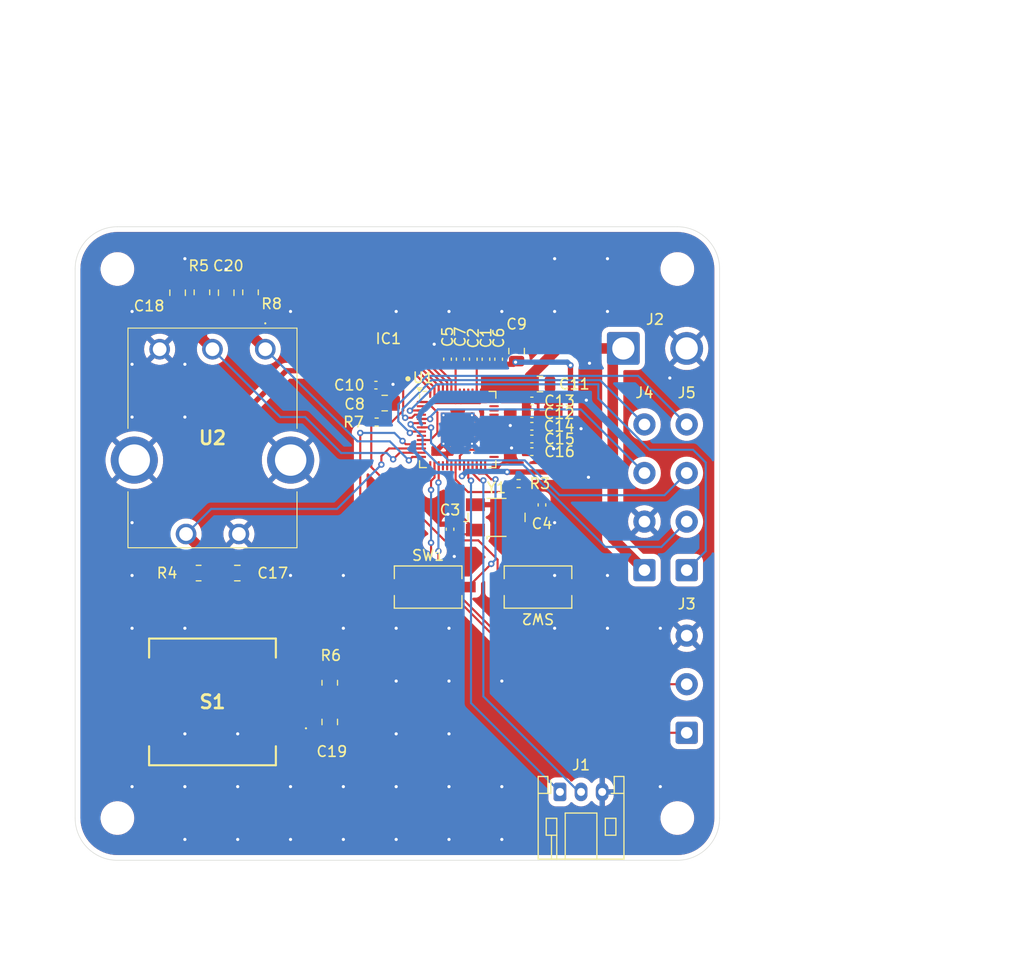
<source format=kicad_pcb>
(kicad_pcb (version 20240108) (generator "pcbnew") (generator_version "8.0")
  (title_block (title "UV Lamp Controller") (date "2025-03-30") (rev "v2.0") (company "Szymon Wąchała"))
  (layers (0 "F.Cu" signal) (31 "B.Cu" signal) (34 "B.Paste" user) (35 "F.Paste" user) (36 "B.SilkS" user "B.Silkscreen") (37 "F.SilkS" user "F.Silkscreen") (38 "B.Mask" user) (39 "F.Mask" user) (44 "Edge.Cuts" user))
  (net 0 "")
  (net 1 "GND")
  (net 2 "+1.1V")
  (net 3 "Net-(U1-XIN)")
  (net 4 "Net-(C4-Pad2)")
  (net 5 "+3.3V")
  (net 6 "Net-(J1-Pin_2)")
  (net 7 "Net-(J1-Pin_1)")
  (net 8 "Net-(U1-XOUT)")
  (net 26 "/encoder-sw")
  (net 27 "/encoder-b")
  (net 28 "/button")
  (net 29 "/encoder-a")
  (net 30 "/QSPI_SD0")
  (net 31 "/QSPI_SD1")
  (net 32 "/QSPI_SD2")
  (net 33 "/QSPI_SD3")
  (net 34 "/QSPI_SCLK")
  (net 35 "/QSPI_SS")
  (net 36 "Net-(J3-Pin_2)")
  (net 37 "Net-(J3-Pin_1)")
  (net 38 "/DIN")
  (net 39 "/CLK")
  (net 40 "/BL")
  (net 41 "/DC")
  (net 42 "/RST")
  (net 43 "/CS")
  (net 44 "Net-(R7-Pad2)")
  (net 45 "/RUN")
  (footprint "Capacitor_SMD:C_0805_2012Metric" (layer "F.Cu") (at 161.1125 84.375)
    (property "Reference" "C11")
    (property "Value" "2.2u" (hide yes))
  )
  (footprint "Crystal:Crystal_SMD_Abracon_ABM3B-4Pin_5.0x3.2mm" (layer "F.Cu") (at 157 97)
    (property "Reference" "Y1")
    (property "Value" "ABM8-272-T3" (hide yes))
  )
  (footprint "W25Q16JVUXIQ_TR:SON50P300X200X60-9N" (layer "F.Cu") (at 146.7625 82.475 180)
    (property "Reference" "IC1")
    (property "Value" "W25Q16JVUXIQ_TR" (hide yes))
  )
  (footprint "Connector_Wire:SolderWire-1.5sqmm_1x02_P6mm_D1.7mm_OD3mm" (layer "F.Cu") (at 169 81)
    (property "Reference" "J2")
    (property "Value" "Power Conn" (hide yes))
  )
  (footprint "MountingHole:MountingHole_2.7mm_M2.5" (layer "F.Cu") (at 174.1125 125.475)
    (property "Reference" "H3" (hide yes))
    (property "Value" "M2.5" (hide yes))
  )
  (footprint "Connector_Wire:SolderWire-0.5sqmm_1x03_P4.6mm_D0.9mm_OD2.1mm" (layer "F.Cu") (at 175 117.4 90)
    (property "Reference" "J3")
    (property "Value" "PWM Conn" (hide yes))
  )
  (footprint "PEC16-4220F-S0024:PEC16-4220F-S0024" (layer "F.Cu") (at 135.1125 81.075 180)
    (property "Reference" "U2")
    (property "Value" "PEC16-4220F-S0024" (hide yes))
  )
  (footprint "Connector_Wire:SolderWire-0.5sqmm_1x04_P4.6mm_D0.9mm_OD2.1mm" (layer "F.Cu") (at 171 102 90)
    (property "Reference" "J4")
    (property "Value" "Conn" (hide yes))
  )
  (footprint "MountingHole:MountingHole_2.7mm_M2.5" (layer "F.Cu") (at 121.1125 125.475)
    (property "Reference" "H4" (hide yes))
    (property "Value" "M2.5" (hide yes))
  )
  (footprint "Connector_JST:JST_PH_S3B-PH-K_1x03_P2.00mm_Horizontal" (layer "F.Cu") (at 163 123)
    (property "Reference" "J1")
    (property "Value" "Conn_01x03_Socket" (hide yes))
  )
  (footprint "Connector_Wire:SolderWire-0.5sqmm_1x04_P4.6mm_D0.9mm_OD2.1mm" (layer "F.Cu") (at 175 102 90)
    (property "Reference" "J5")
    (property "Value" "Conn" (hide yes))
  )
  (footprint "Resistor_SMD:R_0805_2012Metric" (layer "F.Cu") (at 129.1125 75.6875 -90)
    (property "Reference" "R5")
    (property "Value" "10k" (hide yes))
  )
  (footprint "Resistor_SMD:R_0402_1005Metric" (layer "F.Cu") (at 159.09 93.8)
    (property "Reference" "R3")
    (property "Value" "1k" (hide yes))
  )
  (footprint "Resistor_SMD:R_0805_2012Metric" (layer "F.Cu") (at 128.8 102.275)
    (property "Reference" "R4")
    (property "Value" "10k" (hide yes))
  )
  (footprint "Capacitor_SMD:C_0805_2012Metric" (layer "F.Cu") (at 146.4125 86.175)
    (property "Reference" "C8")
    (property "Value" "1u" (hide yes))
  )
  (footprint "Capacitor_SMD:C_0402_1005Metric" (layer "F.Cu") (at 160.3425 89.575)
    (property "Reference" "C15")
    (property "Value" "100n" (hide yes))
  )
  (footprint "Capacitor_SMD:C_0805_2012Metric" (layer "F.Cu") (at 141.2125 116.375 -90)
    (property "Reference" "C19")
    (property "Value" "100n" (hide yes))
  )
  (footprint "Capacitor_SMD:C_0402_1005Metric" (layer "F.Cu") (at 152.6 98.12 -90)
    (property "Reference" "C3")
    (property "Value" "15p" (hide yes))
  )
  (footprint "Capacitor_SMD:C_0402_1005Metric" (layer "F.Cu") (at 145.5825 84.475)
    (property "Reference" "C10")
    (property "Value" "100n" (hide yes))
  )
  (footprint "MountingHole:MountingHole_2.7mm_M2.5" (layer "F.Cu") (at 121.1125 73.475)
    (property "Reference" "H1" (hide yes))
    (property "Value" "M2.5" (hide yes))
  )
  (footprint "Capacitor_SMD:C_0805_2012Metric" (layer "F.Cu") (at 126.8125 75.725 90)
    (property "Reference" "C18")
    (property "Value" "100n" (hide yes))
  )
  (footprint "Capacitor_SMD:C_0402_1005Metric" (layer "F.Cu") (at 160.3425 85.975)
    (property "Reference" "C13")
    (property "Value" "100n" (hide yes))
  )
  (footprint "Capacitor_SMD:C_0402_1005Metric" (layer "F.Cu") (at 160.3425 90.775)
    (property "Reference" "C16")
    (property "Value" "100n" (hide yes))
  )
  (footprint "B3FS-4055P:B3FS-4055P" (layer "F.Cu") (at 130.1125 114.475)
    (property "Reference" "S1")
    (property "Value" "B3FS-4055P" (hide yes))
  )
  (footprint "MountingHole:MountingHole_2.7mm_M2.5" (layer "F.Cu") (at 174.1125 73.475)
    (property "Reference" "H2" (hide yes))
    (property "Value" "M2.5" (hide yes))
  )
  (footprint "Package_DFN_QFN:QFN-56-1EP_7x7mm_P0.4mm_EP3.2x3.2mm_ThermalVias" (layer "F.Cu") (at 153.325 88.675)
    (property "Reference" "U1")
    (property "Value" "RP2040" (hide yes))
  )
  (footprint "Resistor_SMD:R_0805_2012Metric" (layer "F.Cu") (at 141.2125 112.6625 -90)
    (property "Reference" "R6")
    (property "Value" "10k" (hide yes))
  )
  (footprint "Capacitor_SMD:C_0805_2012Metric" (layer "F.Cu") (at 131.4125 75.725 90)
    (property "Reference" "C20")
    (property "Value" "100n" (hide yes))
  )
  (footprint "Capacitor_SMD:C_0402_1005Metric" (layer "F.Cu") (at 153.5625 82.02 90)
    (property "Reference" "C7")
    (property "Value" "100n" (hide yes))
  )
  (footprint "Capacitor_SMD:C_0805_2012Metric" (layer "F.Cu") (at 158.9 81.25 90)
    (property "Reference" "C9")
    (property "Value" "2.2u" (hide yes))
  )
  (footprint "Capacitor_SMD:C_0805_2012Metric" (layer "F.Cu") (at 132.4625 102.275)
    (property "Reference" "C17")
    (property "Value" "100n" (hide yes))
  )
  (footprint "Resistor_SMD:R_0402_1005Metric" (layer "F.Cu") (at 145.6525 87.975 180)
    (property "Reference" "R7")
    (property "Value" "1k" (hide yes))
  )
  (footprint "Capacitor_SMD:C_0402_1005Metric" (layer "F.Cu") (at 154.8 82.02 90)
    (property "Reference" "C2")
    (property "Value" "100n" (hide yes))
  )
  (footprint "Resistor_SMD:R_0805_2012Metric" (layer "F.Cu") (at 133.7125 75.6875 -90)
    (property "Reference" "R8")
    (property "Value" "10k" (hide yes))
  )
  (footprint "Capacitor_SMD:C_0402_1005Metric" (layer "F.Cu") (at 160.3425 88.375)
    (property "Reference" "C14")
    (property "Value" "100n" (hide yes))
  )
  (footprint "Button_Switch_SMD:SW_Tactile_SPST_NO_Straight_CK_PTS636Sx25SMTRLFS" (layer "F.Cu") (at 160.925 103.6 180)
    (property "Reference" "SW2")
    (property "Value" "SW_Push")
  )
  (footprint "Button_Switch_SMD:SW_Tactile_SPST_NO_Straight_CK_PTS636Sx25SMTRLFS" (layer "F.Cu") (at 150.525 103.6)
    (property "Reference" "SW1")
    (property "Value" "SW_Push")
  )
  (footprint "Capacitor_SMD:C_0402_1005Metric" (layer "F.Cu") (at 152.3625 82.02 90)
    (property "Reference" "C5")
    (property "Value" "100n" (hide yes))
  )
  (footprint "Capacitor_SMD:C_0402_1005Metric" (layer "F.Cu") (at 156 82.02 90)
    (property "Reference" "C1")
    (property "Value" "100n" (hide yes))
  )
  (footprint "Capacitor_SMD:C_0402_1005Metric" (layer "F.Cu") (at 157.2 82.02 90)
    (property "Reference" "C6")
    (property "Value" "100n" (hide yes))
  )
  (footprint "Capacitor_SMD:C_0402_1005Metric" (layer "F.Cu") (at 161.3 95.82 90)
    (property "Reference" "C4")
    (property "Value" "15p" (hide yes))
  )
  (footprint "Capacitor_SMD:C_0402_1005Metric" (layer "F.Cu") (at 160.3425 87.175)
    (property "Reference" "C12")
    (property "Value" "100n" (hide yes))
  )
  (gr_line (start 121.1125 129.475) (end 174.1125 129.475) (stroke (width 0.05)) (layer "Edge.Cuts"))
  (gr_line (start 174.1125 69.475) (end 121.1125 69.475) (stroke (width 0.05)) (layer "Edge.Cuts"))
  (gr_arc (start 121.1125 129.475) (mid 118.284073 128.303427) (end 117.1125 125.475) (stroke (width 0.05)) (layer "Edge.Cuts"))
  (gr_arc (start 178.1125 125.475) (mid 176.940927 128.303427) (end 174.1125 129.475) (stroke (width 0.05)) (layer "Edge.Cuts"))
  (gr_line (start 117.1125 73.475) (end 117.1125 125.475) (stroke (width 0.05)) (layer "Edge.Cuts"))
  (gr_arc (start 117.1125 73.475) (mid 118.284073 70.646573) (end 121.1125 69.475) (stroke (width 0.05)) (layer "Edge.Cuts"))
  (gr_line (start 178.1125 125.475) (end 178.1125 73.475) (stroke (width 0.05)) (layer "Edge.Cuts"))
  (gr_arc (start 174.1125 69.475) (mid 176.940927 70.646573) (end 178.1125 73.475) (stroke (width 0.05)) (layer "Edge.Cuts"))
  (segment (start 146.7625 83.775) (end 146.0625 84.475) (width 0.2) (layer "F.Cu") (net 1))
  (segment (start 148.1625 81.725) (end 147.175 81.725) (width 0.2) (layer "F.Cu") (net 1))
  (segment (start 146.7625 82.1375) (end 146.7625 82.475) (width 0.2) (layer "F.Cu") (net 1))
  (segment (start 152.325 92.1125) (end 152.325 90.375) (width 0.2) (layer "F.Cu") (net 1))
  (segment (start 152.325 90.375) (end 151.975 90.025) (width 0.2) (layer "F.Cu") (net 1))
  (segment (start 146.7625 82.475) (end 146.7625 83.775) (width 0.2) (layer "F.Cu") (net 1))
  (segment (start 146.0625 84.475) (end 146.0625 84.875) (width 0.2) (layer "F.Cu") (net 1))
  (segment (start 146.0625 84.875) (end 147.3625 86.175) (width 0.2) (layer "F.Cu") (net 1))
  (segment (start 147.175 81.725) (end 146.7625 82.1375) (width 0.2) (layer "F.Cu") (net 1))
  (via (at 147.5 112.5) (size 0.6) (drill 0.3) (layers "F.Cu" "B.Cu") (net 1))
  (via (at 152.5 122.5) (size 0.6) (drill 0.3) (layers "F.Cu" "B.Cu") (net 1))
  (via (at 137.5 122.5) (size 0.6) (drill 0.3) (layers "F.Cu" "B.Cu") (net 1))
  (via (at 122.5 97.5) (size 0.6) (drill 0.3) (layers "F.Cu" "B.Cu") (net 1))
  (via (at 137.5 77.5) (size 0.6) (drill 0.3) (layers "F.Cu" "B.Cu") (net 1))
  (via (at 152.5 117.5) (size 0.6) (drill 0.3) (layers "F.Cu" "B.Cu") (net 1))
  (via (at 127.5 107.5) (size 0.6) (drill 0.3) (layers "F.Cu" "B.Cu") (net 1))
  (via (at 167.5 107.5) (size 0.6) (drill 0.3) (layers "F.Cu" "B.Cu") (net 1))
  (via (at 147.5 122.5) (size 0.6) (drill 0.3) (layers "F.Cu" "B.Cu") (net 1))
  (via (at 127.5 127.5) (size 0.6) (drill 0.3) (layers "F.Cu" "B.Cu") (net 1))
  (via (at 153 100.7) (size 0.6) (drill 0.3) (layers "F.Cu" "B.Cu") (net 1))
  (via (at 162.5 97.5) (size 0.6) (drill 0.3) (layers "F.Cu" "B.Cu") (net 1))
  (via (at 147.5 77.5) (size 0.6) (drill 0.3) (layers "F.Cu" "B.Cu") (net 1))
  (via (at 137.5 102.5) (size 0.6) (drill 0.3) (layers "F.Cu" "B.Cu") (net 1))
  (via (at 122.5 102.5) (size 0.6) (drill 0.3) (layers "F.Cu" "B.Cu") (net 1))
  (via (at 157.5 112.5) (size 0.6) (drill 0.3) (layers "F.Cu" "B.Cu") (net 1))
  (via (at 157.5 77.5) (size 0.6) (drill 0.3) (layers "F.Cu" "B.Cu") (net 1))
  (via (at 147.5 107.5) (size 0.6) (drill 0.3) (layers "F.Cu" "B.Cu") (net 1))
  (via (at 167.5 72.5) (size 0.6) (drill 0.3) (layers "F.Cu" "B.Cu") (net 1))
  (via (at 152.5 112.5) (size 0.6) (drill 0.3) (layers "F.Cu" "B.Cu") (net 1))
  (via (at 127.5 72.5) (size 0.6) (drill 0.3) (layers "F.Cu" "B.Cu") (net 1))
  (via (at 122.5 77.5) (size 0.6) (drill 0.3) (layers "F.Cu" "B.Cu") (net 1))
  (via (at 132.5 127.5) (size 0.6) (drill 0.3) (layers "F.Cu" "B.Cu") (net 1))
  (via (at 142.5 107.5) (size 0.6) (drill 0.3) (layers "F.Cu" "B.Cu") (net 1))
  (via (at 132.5 122.5) (size 0.6) (drill 0.3) (layers "F.Cu" "B.Cu") (net 1))
  (via (at 167.5 77.5) (size 0.6) (drill 0.3) (layers "F.Cu" "B.Cu") (net 1))
  (via (at 152.5 77.5) (size 0.6) (drill 0.3) (layers "F.Cu" "B.Cu") (net 1))
  (via (at 157.5 127.5) (size 0.6) (drill 0.3) (layers "F.Cu" "B.Cu") (net 1))
  (via (at 122.5 107.5) (size 0.6) (drill 0.3) (layers "F.Cu" "B.Cu") (net 1))
  (via (at 152.5 127.5) (size 0.6) (drill 0.3) (layers "F.Cu" "B.Cu") (net 1))
  (via (at 131.4 73.5) (size 0.6) (drill 0.3) (layers "F.Cu" "B.Cu") (net 1))
  (via (at 147.2 84.4) (size 0.6) (drill 0.3) (layers "F.Cu" "B.Cu") (net 1))
  (via (at 162.5 77.5) (size 0.6) (drill 0.3) (layers "F.Cu" "B.Cu") (net 1))
  (via (at 172.5 122.5) (size 0.6) (drill 0.3) (layers "F.Cu" "B.Cu") (net 1))
  (via (at 162.5 72.5) (size 0.6) (drill 0.3) (layers "F.Cu" "B.Cu") (net 1))
  (via (at 142.5 102.5) (size 0.6) (drill 0.3) (layers "F.Cu" "B.Cu") (net 1))
  (via (at 167.5 102.5) (size 0.6) (drill 0.3) (layers "F.Cu" "B.Cu") (net 1))
  (via (at 142.5 127.5) (size 0.6) (drill 0.3) (layers "F.Cu" "B.Cu") (net 1))
  (via (at 127.5 82.5) (size 0.6) (drill 0.3) (layers "F.Cu" "B.Cu") (net 1))
  (via (at 122.5 82.5) (size 0.6) (drill 0.3) (layers "F.Cu" "B.Cu") (net 1))
  (via (at 152.5 107.5) (size 0.6) (drill 0.3) (layers "F.Cu" "B.Cu") (net 1))
  (via (at 165.8 82.4) (size 0.6) (drill 0.3) (layers "F.Cu" "B.Cu") (net 1))
  (via (at 147.5 127.5) (size 0.6) (drill 0.3) (layers "F.Cu" "B.Cu") (net 1))
  (via (at 122.5 87.5) (size 0.6) (drill 0.3) (layers "F.Cu" "B.Cu") (net 1))
  (via (at 172.5 107.5) (size 0.6) (drill 0.3) (layers "F.Cu" "B.Cu") (net 1))
  (via (at 165.5 85.9) (size 0.6) (drill 0.3) (layers "F.Cu" "B.Cu") (net 1))
  (via (at 162.4 90.5) (size 0.6) (drill 0.3) (layers "F.Cu" "B.Cu") (net 1))
  (via (at 151.1 80.6) (size 0.6) (drill 0.3) (layers "F.Cu" "B.Cu") (net 1))
  (via (at 127.5 117.5) (size 0.6) (drill 0.3) (layers "F.Cu" "B.Cu") (net 1))
  (via (at 165 88.6) (size 0.6) (drill 0.3) (layers "F.Cu" "B.Cu") (net 1))
  (via (at 132.5 117.5) (size 0.6) (drill 0.3) (layers "F.Cu" "B.Cu") (net 1))
  (via (at 127.5 122.5) (size 0.6) (drill 0.3) (layers "F.Cu" "B.Cu") (net 1))
  (via (at 162.5 107.5) (size 0.6) (drill 0.3) (layers "F.Cu" "B.Cu") (net 1))
  (via (at 157.5 122.5) (size 0.6) (drill 0.3) (layers "F.Cu" "B.Cu") (net 1))
  (via (at 142.5 122.5) (size 0.6) (drill 0.3) (layers "F.Cu" "B.Cu") (net 1))
  (via (at 147.5 117.5) (size 0.6) (drill 0.3) (layers "F.Cu" "B.Cu") (net 1))
  (via (at 127.5 87.5) (size 0.6) (drill 0.3) (layers "F.Cu" "B.Cu") (net 1))
  (via (at 162.5 102.5) (size 0.6) (drill 0.3) (layers "F.Cu" "B.Cu") (net 1))
  (via (at 165.7 93.2) (size 0.6) (drill 0.3) (layers "F.Cu" "B.Cu") (net 1))
  (via (at 152.4 96.7) (size 0.6) (drill 0.3) (layers "F.Cu" "B.Cu") (net 1))
  (via (at 122.5 122.5) (size 0.6) (drill 0.3) (layers "F.Cu" "B.Cu") (net 1))
  (via (at 173.4 83.8) (size 0.6) (drill 0.3) (layers "F.Cu" "B.Cu") (net 1))
  (via (at 137.5 127.5) (size 0.6) (drill 0.3) (layers "F.Cu" "B.Cu") (net 1))
  (via (at 158.3 88.3) (size 0.6) (drill 0.3) (layers "F.Cu" "B.Cu") (net 1))
  (via (at 158.421681 90.426486) (size 0.6) (drill 0.3) (layers "F.Cu" "B.Cu") (net 1))
  (segment (start 153.125 85.2375) (end 153.125 82.5) (width 0.2) (layer "F.Cu") (net 2))
  (segment (start 164 82.6) (end 164 91.3) (width 0.5) (layer "F.Cu") (net 2))
  (segment (start 152.3625 82.5) (end 157.2 82.5) (width 0.5) (layer "F.Cu") (net 2))
  (segment (start 155.125 82.5) (end 154.8 82.5) (width 0.2) (layer "F.Cu") (net 2))
  (segment (start 155.125 85.2375) (end 155.125 82.5) (width 0.2) (layer "F.Cu") (net 2))
  (segment (start 153.125 82.5) (end 153.5625 82.5) (width 0.2) (layer "F.Cu") (net 2))
  (segment (start 164 91.3) (end 163.1 92.2) (width 0.5) (layer "F.Cu") (net 2))
  (segment (start 158.6 82.5) (end 158.8 82.3) (width 0.5) (layer "F.Cu") (net 2))
  (segment (start 162.6 92.7) (end 158 92.7) (width 0.5) (layer "F.Cu") (net 2))
  (segment (start 153.925 92.9) (end 153.925 92.1125) (width 0.2) (layer "F.Cu") (net 2))
  (segment (start 153.725 93.1) (end 153.925 92.9) (width 0.2) (layer "F.Cu") (net 2))
  (segment (start 158.8 82.3) (end 158.9 82.2) (width 0.5) (layer "F.Cu") (net 2))
  (segment (start 163.1 92.2) (end 162.6 92.7) (width 0.5) (layer "F.Cu") (net 2))
  (segment (start 157.2 82.5) (end 158.6 82.5) (width 0.5) (layer "F.Cu") (net 2))
  (via (at 153.725 93.1) (size 0.6) (drill 0.3) (layers "F.Cu" "B.Cu") (net 2))
  (via (at 158 92.7) (size 0.6) (drill 0.3) (layers "F.Cu" "B.Cu") (net 2))
  (via (at 164 82.6) (size 0.6) (drill 0.3) (layers "F.Cu" "B.Cu") (net 2))
  (via (at 158.8 82.3) (size 0.6) (drill 0.3) (layers "F.Cu" "B.Cu") (net 2))
  (segment (start 154.175 92.65) (end 153.725 93.1) (width 0.5) (layer "B.Cu") (net 2))
  (segment (start 157.95 92.65) (end 154.175 92.65) (width 0.5) (layer "B.Cu") (net 2))
  (segment (start 158.8 82.3) (end 163.7 82.3) (width 0.5) (layer "B.Cu") (net 2))
  (segment (start 158 92.7) (end 157.95 92.65) (width 0.5) (layer "B.Cu") (net 2))
  (segment (start 163.7 82.3) (end 164 82.6) (width 0.5) (layer "B.Cu") (net 2))
  (segment (start 152.6 98.6) (end 154.6 98.6) (width 0.2) (layer "F.Cu") (net 3))
  (segment (start 152.725 95.925) (end 155 98.2) (width 0.2) (layer "F.Cu") (net 3))
  (segment (start 152.725 92.1125) (end 152.725 95.925) (width 0.2) (layer "F.Cu") (net 3))
  (segment (start 154.6 98.6) (end 155 98.2) (width 0.2) (layer "F.Cu") (net 3))
  (segment (start 159.6 93.9) (end 159 94.5) (width 0.2) (layer "F.Cu") (net 4))
  (segment (start 159 94.5) (end 159 95.8) (width 0.2) (layer "F.Cu") (net 4))
  (segment (start 159 95.8) (end 160.84 95.8) (width 0.2) (layer "F.Cu") (net 4))
  (segment (start 159.6 93.8) (end 159.6 93.9) (width 0.2) (layer "F.Cu") (net 4))
  (segment (start 160.84 95.8) (end 161.3 95.34) (width 0.2) (layer "F.Cu") (net 4))
  (segment (start 151.4 89) (end 151.4 87.05364) (width 0.2) (layer "F.Cu") (net 5))
  (segment (start 153.525 92.1125) (end 153.525 91.175) (width 0.2) (layer "F.Cu") (net 5))
  (segment (start 125.4 99.7875) (end 127.8875 102.275) (width 0.5) (layer "F.Cu") (net 5))
  (segment (start 143.8 72.3) (end 154.1125 72.3) (width 0.5) (layer "F.Cu") (net 5))
  (segment (start 151.4 87.05364) (end 150.42136 86.075) (width 0.2) (layer "F.Cu") (net 5))
  (segment (start 155.525 86.075) (end 155.525 85.2375) (width 0.2) (layer "F.Cu") (net 5))
  (segment (start 153.525 91.175) (end 154.1 90.6) (width 0.2) (layer "F.Cu") (net 5))
  (segment (start 156.22864 89.675) (end 156.7625 89.675) (width 0.2) (layer "F.Cu") (net 5))
  (segment (start 137.0875 83.1125) (end 125.4 94.8) (width 0.5) (layer "F.Cu") (net 5))
  (segment (start 150.52318 86.17682) (end 153.11954 86.17682) (width 0.2) (layer "F.Cu") (net 5))
  (segment (start 153.62318 86.17682) (end 155.42318 86.17682) (width 0.2) (layer "F.Cu") (net 5))
  (segment (start 132.8125 107.2) (end 136.6625 107.2) (width 0.5) (layer "F.Cu") (net 5))
  (segment (start 156.7625 89.675) (end 159.7625 89.675) (width 0.2) (layer "F.Cu") (net 5))
  (segment (start 153.11954 86.17682) (end 153.525 85.77136) (width 0.2) (layer "F.Cu") (net 5))
  (segment (start 142.4 72.3) (end 142.4 83.1125) (width 0.5) (layer "F.Cu") (net 5))
  (segment (start 168 99) (end 171 102) (width 1) (layer "F.Cu") (net 5))
  (segment (start 125.4 94.8) (end 125.4 99.7875) (width 0.5) (layer "F.Cu") (net 5))
  (segment (start 130.4 72.3) (end 132.7 72.3) (width 0.5) (layer "F.Cu") (net 5))
  (segment (start 142.4 83.1125) (end 145.4625 86.175) (width 0.5) (layer "F.Cu") (net 5))
  (segment (start 142.4 83.1125) (end 137.0875 83.1125) (width 0.5) (layer "F.Cu") (net 5))
  (segment (start 145.1025 83.485) (end 145.3625 83.225) (width 0.2) (layer "F.Cu") (net 5))
  (segment (start 136.6625 107.2) (end 141.2125 111.75) (width 0.5) (layer "F.Cu") (net 5))
  (segment (start 145.1025 85.815) (end 145.4625 86.175) (width 0.2) (layer "F.Cu") (net 5))
  (segment (start 162.8125 81) (end 160.1625 83.65) (width 1) (layer "F.Cu") (net 5))
  (segment (start 159.7625 89.675) (end 159.8625 89.575) (width 0.2) (layer "F.Cu") (net 5))
  (segment (start 155.525 86.075) (end 156.7625 86.075) (width 0.2) (layer "F.Cu") (net 5))
  (segment (start 149.8875 89.675) (end 150.725 89.675) (width 0.2) (layer "F.Cu") (net 5))
  (segment (start 155.42318 86.17682) (end 155.525 86.075) (width 0.2) (layer "F.Cu") (net 5))
  (segment (start 169 81) (end 168 82) (width 1) (layer "F.Cu") (net 5))
  (segment (start 150.725 89.675) (end 151.4 89) (width 0.2) (layer "F.Cu") (net 5))
  (segment (start 143.8 72.3) (end 142.4 72.3) (width 0.5) (layer "F.Cu") (net 5))
  (segment (start 133.7125 73.3125) (end 133.7125 74.775) (width 0.5) (layer "F.Cu") (net 5))
  (segment (start 132.7 72.3) (end 143.8 72.3) (width 0.5) (layer "F.Cu") (net 5))
  (segment (start 154.1 90.6) (end 155.30364 90.6) (width 0.2) (layer "F.Cu") (net 5))
  (segment (start 132.7 72.3) (end 133.7125 73.3125) (width 0.5) (layer "F.Cu") (net 5))
  (segment (start 154.1125 72.3) (end 162.8125 81) (width 0.5) (layer "F.Cu") (net 5))
  (segment (start 153.525 85.77136) (end 153.525 85.2375) (width 0.2) (layer "F.Cu") (net 5))
  (segment (start 153.62318 86.17682) (end 153.925 85.875) (width 0.2) (layer "F.Cu") (net 5))
  (segment (start 169 81) (end 162.8125 81) (width 1) (layer "F.Cu") (net 5))
  (segment (start 153.925 85.875) (end 153.925 85.2375) (width 0.2) (layer "F.Cu") (net 5))
  (segment (start 160.1625 83.65) (end 160.1625 84.375) (width 1) (layer "F.Cu") (net 5))
  (segment (start 129.1125 73.5875) (end 130.4 72.3) (width 0.5) (layer "F.Cu") (net 5))
  (segment (start 127.8875 102.275) (end 132.8125 107.2) (width 0.5) (layer "F.Cu") (net 5))
  (segment (start 155.30364 90.6) (end 156.22864 89.675) (width 0.2) (layer "F.Cu") (net 5))
  (segment (start 168 82) (end 168 99) (width 1) (layer "F.Cu") (net 5))
  (segment (start 145.1025 84.475) (end 145.1025 85.815) (width 0.2) (layer "F.Cu") (net 5))
  (segment (start 153.11954 86.17682) (end 153.62318 86.17682) (width 0.2) (layer "F.Cu") (net 5))
  (segment (start 129.1125 74.775) (end 129.1125 73.5875) (width 0.5) (layer "F.Cu") (net 5))
  (segment (start 150.42136 86.075) (end 149.8875 86.075) (width 0.2) (layer "F.Cu") (net 5))
  (segment (start 145.1025 84.475) (end 145.1025 83.485) (width 0.2) (layer "F.Cu") (net 5))
  (segment (start 150.42136 86.075) (end 150.52318 86.17682) (width 0.2) (layer "F.Cu") (net 5))
  (segment (start 155.412219 93.499265) (end 155.750735 93.499265) (width 0.2) (layer "F.Cu") (net 6))
  (segment (start 154.725 92.1125) (end 154.725 92.812046) (width 0.2) (layer "F.Cu") (net 6))
  (segment (start 154.725 92.812046) (end 155.412219 93.499265) (width 0.2) (layer "F.Cu") (net 6))
  (via (at 155.750735 93.499265) (size 0.6) (drill 0.3) (layers "F.Cu" "B.Cu") (net 6))
  (segment (start 155.750735 113.950735) (end 164.8 123) (width 0.2) (layer "B.Cu") (net 6))
  (segment (start 155.750735 93.499265) (end 155.750735 113.950735) (width 0.2) (layer "B.Cu") (net 6))
  (segment (start 164.8 123) (end 165 123) (width 0.2) (layer "B.Cu") (net 6))
  (segment (start 154.325 92.1125) (end 154.325 93.260576) (width 0.2) (layer "F.Cu") (net 7))
  (segment (start 154.325 93.260576) (end 154.582212 93.517788) (width 0.2) (layer "F.Cu") (net 7))
  (via (at 154.582212 93.517788) (size 0.6) (drill 0.3) (layers "F.Cu" "B.Cu") (net 7))
  (segment (start 154.582212 114.582212) (end 163 123) (width 0.2) (layer "B.Cu") (net 7))
  (segment (start 154.582212 93.517788) (end 154.582212 114.582212) (width 0.2) (layer "B.Cu") (net 7))
  (segment (start 158.58 93.8) (end 157.78 94.6) (width 0.2) (layer "F.Cu") (net 8))
  (segment (start 153.125 93.425) (end 153.125 92.1125) (width 0.2) (layer "F.Cu") (net 8))
  (segment (start 157.78 94.6) (end 154.3 94.6) (width 0.2) (layer "F.Cu") (net 8))
  (segment (start 154.3 94.6) (end 153.125 93.425) (width 0.2) (layer "F.Cu") (net 8))
  (segment (start 146.825 90.475) (end 146.1 91.2) (width 0.2) (layer "F.Cu") (net 26))
  (segment (start 129.7125 102.275) (end 131.5125 102.275) (width 1) (layer "F.Cu") (net 26))
  (segment (start 129.7125 100.675) (end 129.7125 102.275) (width 1) (layer "F.Cu") (net 26))
  (segment (start 146.1 91.2) (end 146.1 92) (width 0.2) (layer "F.Cu") (net 26))
  (segment (start 127.6125 98.575) (end 129.7125 100.675) (width 1) (layer "F.Cu") (net 26))
  (segment (start 149.8875 90.475) (end 146.825 90.475) (width 0.2) (layer "F.Cu") (net 26))
  (via (at 146.1 92) (size 0.6) (drill 0.3) (layers "F.Cu" "B.Cu") (net 26))
  (segment (start 129.9875 96.2) (end 127.6125 98.575) (width 0.2) (layer "B.Cu") (net 26))
  (segment (start 141.9 96.2) (end 129.9875 96.2) (width 0.2) (layer "B.Cu") (net 26))
  (segment (start 146.1 92) (end 141.9 96.2) (width 0.2) (layer "B.Cu") (net 26))
  (segment (start 129.1125 76.6) (end 126.8875 76.6) (width 1) (layer "F.Cu") (net 27))
  (segment (start 147.213235 91.5) (end 147.838235 90.875) (width 0.2) (layer "F.Cu") (net 27))
  (segment (start 147.838235 90.875) (end 149.8875 90.875) (width 0.2) (layer "F.Cu") (net 27))
  (segment (start 126.8875 76.6) (end 126.8125 76.675) (width 1) (layer "F.Cu") (net 27))
  (segment (start 129.1125 80.075) (end 130.1125 81.075) (width 1) (layer "F.Cu") (net 27))
  (segment (start 129.1125 76.6) (end 129.1125 80.075) (width 1) (layer "F.Cu") (net 27))
  (via (at 147.213235 91.5) (size 0.6) (drill 0.3) (layers "F.Cu" "B.Cu") (net 27))
  (segment (start 146.613235 90.9) (end 142.29 90.9) (width 0.2) (layer "B.Cu") (net 27))
  (segment (start 136.5375 87.5) (end 130.1125 81.075) (width 0.2) (layer "B.Cu") (net 27))
  (segment (start 138.89 87.5) (end 136.5375 87.5) (width 0.2) (layer "B.Cu") (net 27))
  (segment (start 142.29 90.9) (end 138.89 87.5) (width 0.2) (layer "B.Cu") (net 27))
  (segment (start 147.213235 91.5) (end 146.613235 90.9) (width 0.2) (layer "B.Cu") (net 27))
  (segment (start 148.413235 90.075) (end 149.8875 90.075) (width 0.2) (layer "F.Cu") (net 28))
  (segment (start 122.9625 111.975) (end 137.2625 111.975) (width 1) (layer "F.Cu") (net 28))
  (segment (start 141.2125 113.575) (end 144.1 110.6875) (width 0.2) (layer "F.Cu") (net 28))
  (segment (start 144.1 110.6875) (end 144.1 89) (width 0.2) (layer "F.Cu") (net 28))
  (segment (start 138.8625 113.575) (end 141.2125 113.575) (width 1) (layer "F.Cu") (net 28))
  (segment (start 141.2125 115.425) (end 141.2125 113.575) (width 1) (layer "F.Cu") (net 28))
  (segment (start 137.2625 111.975) (end 138.8625 113.575) (width 1) (layer "F.Cu") (net 28))
  (segment (start 148.1 89.761765) (end 148.413235 90.075) (width 0.2) (layer "F.Cu") (net 28))
  (via (at 148.1 89.761765) (size 0.6) (drill 0.3) (layers "F.Cu" "B.Cu") (net 28))
  (via (at 144.1 89) (size 0.6) (drill 0.3) (layers "F.Cu" "B.Cu") (net 28))
  (segment (start 147.338235 89) (end 148.1 89.761765) (width 0.2) (layer "B.Cu") (net 28))
  (segment (start 144.1 89) (end 147.338235 89) (width 0.2) (layer "B.Cu") (net 28))
  (segment (start 149.025 91.275) (end 149.8875 91.275) (width 0.2) (layer "F.Cu") (net 29))
  (segment (start 133.7125 79.675) (end 135.1125 81.075) (width 1) (layer "F.Cu") (net 29))
  (segment (start 133.7125 76.6) (end 133.7125 79.675) (width 1) (layer "F.Cu") (net 29))
  (segment (start 148.7 91.6) (end 149.025 91.275) (width 0.2) (layer "F.Cu") (net 29))
  (segment (start 133.6375 76.675) (end 133.7125 76.6) (width 1) (layer "F.Cu") (net 29))
  (segment (start 131.4125 76.675) (end 133.6375 76.675) (width 1) (layer "F.Cu") (net 29))
  (via (at 148.7 91.6) (size 0.6) (drill 0.3) (layers "F.Cu" "B.Cu") (net 29))
  (segment (start 146.9 89.8) (end 143.8375 89.8) (width 0.2) (layer "B.Cu") (net 29))
  (segment (start 148.7 91.6) (end 146.9 89.8) (width 0.2) (layer "B.Cu") (net 29))
  (segment (start 143.8375 89.8) (end 135.1125 81.075) (width 0.2) (layer "B.Cu") (net 29))
  (segment (start 145.3625 81.725) (end 145.8125 81.275) (width 0.2) (layer "F.Cu") (net 30))
  (segment (start 151.925 84.372268) (end 151.925 85.2375) (width 0.2) (layer "F.Cu") (net 30))
  (segment (start 145.8125 81.275) (end 148.827732 81.275) (width 0.2) (layer "F.Cu") (net 30))
  (segment (start 148.827732 81.275) (end 151.925 84.372268) (width 0.2) (layer "F.Cu") (net 30))
  (segment (start 148.1625 82.725) (end 149.14636 82.725) (width 0.2) (layer "F.Cu") (net 31))
  (segment (start 151.125 84.70364) (end 151.125 85.2375) (width 0.2) (layer "F.Cu") (net 31))
  (segment (start 149.14636 82.725) (end 151.125 84.70364) (width 0.2) (layer "F.Cu") (net 31))
  (segment (start 149.212046 82.225) (end 151.525 84.537954) (width 0.2) (layer "F.Cu") (net 32))
  (segment (start 151.525 84.537954) (end 151.525 85.2375) (width 0.2) (layer "F.Cu") (net 32))
  (segment (start 148.1625 82.225) (end 149.212046 82.225) (width 0.2) (layer "F.Cu") (net 32))
  (segment (start 145.3625 82.725) (end 144.596814 82.725) (width 0.2) (layer "F.Cu") (net 33))
  (segment (start 152.725 84.040896) (end 152.725 85.2375) (width 0.2) (layer "F.Cu") (net 33))
  (segment (start 144.2125 81.109314) (end 144.846814 80.475) (width 0.2) (layer "F.Cu") (net 33))
  (segment (start 149.159104 80.475) (end 152.725 84.040896) (width 0.2) (layer "F.Cu") (net 33))
  (segment (start 144.596814 82.725) (end 144.2125 82.340686) (width 0.2) (layer "F.Cu") (net 33))
  (segment (start 144.2125 82.340686) (end 144.2125 81.109314) (width 0.2) (layer "F.Cu") (net 33))
  (segment (start 144.846814 80.475) (end 149.159104 80.475) (width 0.2) (layer "F.Cu") (net 33))
  (segment (start 145.0125 80.875) (end 148.993418 80.875) (width 0.2) (layer "F.Cu") (net 34))
  (segment (start 152.325 84.206582) (end 152.325 85.2375) (width 0.2) (layer "F.Cu") (net 34))
  (segment (start 144.6125 81.275) (end 145.0125 80.875) (width 0.2) (layer "F.Cu") (net 34))
  (segment (start 144.6625 82.225) (end 144.6125 82.175) (width 0.2) (layer "F.Cu") (net 34))
  (segment (start 148.993418 80.875) (end 152.325 84.206582) (width 0.2) (layer "F.Cu") (net 34))
  (segment (start 144.6125 82.175) (end 144.6125 81.275) (width 0.2) (layer "F.Cu") (net 34))
  (segment (start 145.3625 82.225) (end 144.6625 82.225) (width 0.2) (layer "F.Cu") (net 34))
  (segment (start 147.072244 87.975) (end 148.1625 86.884744) (width 0.2) (layer "F.Cu") (net 35))
  (segment (start 150.725 84.869326) (end 150.725 85.2375) (width 0.2) (layer "F.Cu") (net 35))
  (segment (start 149.080674 83.225) (end 150.725 84.869326) (width 0.2) (layer "F.Cu") (net 35))
  (segment (start 148.1625 83.225) (end 149.080674 83.225) (width 0.2) (layer "F.Cu") (net 35))
  (segment (start 148.1625 86.884744) (end 148.1625 83.225) (width 0.2) (layer "F.Cu") (net 35))
  (segment (start 146.1625 87.975) (end 147.072244 87.975) (width 0.2) (layer "F.Cu") (net 35))
  (segment (start 151.5 100.2) (end 151.5 102.425) (width 0.2) (layer "F.Cu") (net 36))
  (segment (start 151.525 93.675) (end 151.525 92.1125) (width 0.2) (layer "F.Cu") (net 36))
  (segment (start 151.5 102.425) (end 161.875 112.8) (width 0.2) (layer "F.Cu") (net 36))
  (segment (start 151.5 93.7) (end 151.525 93.675) (width 0.2) (layer "F.Cu") (net 36))
  (segment (start 161.875 112.8) (end 175 112.8) (width 0.2) (layer "F.Cu") (net 36))
  (via (at 151.5 93.7) (size 0.6) (drill 0.3) (layers "F.Cu" "B.Cu") (net 36))
  (via (at 151.5 100.2) (size 0.6) (drill 0.3) (layers "F.Cu" "B.Cu") (net 36))
  (segment (start 151.5 100.2) (end 151.5 93.7) (width 0.2) (layer "B.Cu") (net 36))
  (segment (start 150.8 93.551471) (end 151.125 93.226471) (width 0.2) (layer "F.Cu") (net 37))
  (segment (start 150.8 94.4) (end 150.8 93.551471) (width 0.2) (layer "F.Cu") (net 37))
  (segment (start 150.8 99.4) (end 150.8 102.290686) (width 0.2) (layer "F.Cu") (net 37))
  (segment (start 165.909314 117.4) (end 175 117.4) (width 0.2) (layer "F.Cu") (net 37))
  (segment (start 151.125 93.226471) (end 151.125 92.1125) (width 0.2) (layer "F.Cu") (net 37))
  (segment (start 150.8 102.290686) (end 165.909314 117.4) (width 0.2) (layer "F.Cu") (net 37))
  (via (at 150.8 99.4) (size 0.6) (drill 0.3) (layers "F.Cu" "B.Cu") (net 37))
  (via (at 150.8 94.4) (size 0.6) (drill 0.3) (layers "F.Cu" "B.Cu") (net 37))
  (segment (start 150.8 99.4) (end 150.8 94.4) (width 0.2) (layer "B.Cu") (net 37))
  (segment (start 149.8875 87.675) (end 150.696567 87.675) (width 0.2) (layer "F.Cu") (net 38))
  (segment (start 150.696567 87.675) (end 150.712607 87.69104) (width 0.2) (layer "F.Cu") (net 38))
  (via (at 150.712607 87.69104) (size 0.6) (drill 0.3) (layers "F.Cu" "B.Cu") (net 38))
  (segment (start 151.425 86.775) (end 164.975 86.775) (width 0.2) (layer "B.Cu") (net 38))
  (segment (start 150.712607 87.487393) (end 151.425 86.775) (width 0.2) (layer "B.Cu") (net 38))
  (segment (start 150.712607 87.69104) (end 150.712607 87.487393) (width 0.2) (layer "B.Cu") (net 38))
  (segment (start 164.975 86.775) (end 171 92.8) (width 0.2) (layer "B.Cu") (net 38))
  (segment (start 149.273529 87.275) (end 148.982887 87.565642) (width 0.2) (layer "F.Cu") (net 39))
  (segment (start 149.8875 87.275) (end 149.273529 87.275) (width 0.2) (layer "F.Cu") (net 39))
  (segment (start 148.982887 87.565642) (end 148.356239 87.565642) (width 0.2) (layer "F.Cu") (net 39))
  (via (at 148.356239 87.565642) (size 0.6) (drill 0.3) (layers "F.Cu" "B.Cu") (net 39))
  (segment (start 150.851471 84) (end 148.1 86.751471) (width 0.2) (layer "B.Cu") (net 39))
  (segment (start 171 88.2) (end 166.8 84) (width 0.2) (layer "B.Cu") (net 39))
  (segment (start 166.8 84) (end 150.851471 84) (width 0.2) (layer "B.Cu") (net 39))
  (segment (start 148.1 86.751471) (end 148.1 87.309403) (width 0.2) (layer "B.Cu") (net 39))
  (segment (start 148.1 87.309403) (end 148.356239 87.565642) (width 0.2) (layer "B.Cu") (net 39))
  (segment (start 148.925 88.875) (end 148.8 89) (width 0.2) (layer "F.Cu") (net 40))
  (segment (start 149.8875 88.875) (end 148.925 88.875) (width 0.2) (layer "F.Cu") (net 40))
  (via (at 148.8 89) (size 0.6) (drill 0.3) (layers "F.Cu" "B.Cu") (net 40))
  (segment (start 148.8 89) (end 147.7 87.9) (width 0.2) (layer "B.Cu") (net 40))
  (segment (start 147.7 87.9) (end 147.7 86.3) (width 0.2) (layer "B.Cu") (net 40))
  (segment (start 147.7 86.3) (end 150.4 83.6) (width 0.2) (layer "B.Cu") (net 40))
  (segment (start 150.4 83.6) (end 170.4 83.6) (width 0.2) (layer "B.Cu") (net 40))
  (segment (start 170.4 83.6) (end 175 88.2) (width 0.2) (layer "B.Cu") (net 40))
  (segment (start 149.8875 88.075) (end 148.973433 88.075) (width 0.2) (layer "F.Cu") (net 41))
  (segment (start 148.973433 88.075) (end 148.867342 88.181091) (width 0.2) (layer "F.Cu") (net 41))
  (via (at 148.867342 88.181091) (size 0.6) (drill 0.3) (layers "F.Cu" "B.Cu") (net 41))
  (segment (start 150 90.5) (end 151.5 92) (width 0.2) (layer "B.Cu") (net 41))
  (segment (start 148.867342 88.4) (end 149.048529 88.4) (width 0.2) (layer "B.Cu") (net 41))
  (segment (start 167.3 99.8) (end 172.6 99.8) (width 0.2) (layer "B.Cu") (net 41))
  (segment (start 151.5 92) (end 159.5 92) (width 0.2) (layer "B.Cu") (net 41))
  (segment (start 172.6 99.8) (end 175 97.4) (width 0.2) (layer "B.Cu") (net 41))
  (segment (start 159.5 92) (end 167.3 99.8) (width 0.2) (layer "B.Cu") (net 41))
  (segment (start 149.048529 88.4) (end 150 89.351471) (width 0.2) (layer "B.Cu") (net 41))
  (segment (start 148.867342 88.181091) (end 148.867342 88.4) (width 0.2) (layer "B.Cu") (net 41))
  (segment (start 150 89.351471) (end 150 90.5) (width 0.2) (layer "B.Cu") (net 41))
  (segment (start 150.775 88.475) (end 150.8 88.5) (width 0.2) (layer "F.Cu") (net 42))
  (segment (start 149.8875 88.475) (end 150.775 88.475) (width 0.2) (layer "F.Cu") (net 42))
  (via (at 150.8 88.5) (size 0.6) (drill 0.3) (layers "F.Cu" "B.Cu") (net 42))
  (segment (start 162.965686 94.9) (end 172.9 94.9) (width 0.2) (layer "B.Cu") (net 42))
  (segment (start 159.665686 91.6) (end 162.965686 94.9) (width 0.2) (layer "B.Cu") (net 42))
  (segment (start 152.45 91.6) (end 159.665686 91.6) (width 0.2) (layer "B.Cu") (net 42))
  (segment (start 150.8 88.5) (end 150.8 89.95) (width 0.2) (layer "B.Cu") (net 42))
  (segment (start 150.8 89.95) (end 152.45 91.6) (width 0.2) (layer "B.Cu") (net 42))
  (segment (start 172.9 94.9) (end 175 92.8) (width 0.2) (layer "B.Cu") (net 42))
  (segment (start 148.825 86.875) (end 148.8 86.9) (width 0.2) (layer "F.Cu") (net 43))
  (segment (start 149.8875 86.875) (end 148.825 86.875) (width 0.2) (layer "F.Cu") (net 43))
  (via (at 148.8 86.9) (size 0.6) (drill 0.3) (layers "F.Cu" "B.Cu") (net 43))
  (segment (start 151.3 84.4) (end 166.634314 84.4) (width 0.2) (layer "B.Cu") (net 43))
  (segment (start 166.634314 84.4) (end 166.634314 85.743503) (width 0.2) (layer "B.Cu") (net 43))
  (segment (start 176.8 100.2) (end 175 102) (width 0.2) (layer "B.Cu") (net 43))
  (segment (start 166.634314 85.743503) (end 171.490811 90.6) (width 0.2) (layer "B.Cu") (net 43))
  (segment (start 171.490811 90.6) (end 175.6 90.6) (width 0.2) (layer "B.Cu") (net 43))
  (segment (start 176.8 91.8) (end 176.8 100.2) (width 0.2) (layer "B.Cu") (net 43))
  (segment (start 175.6 90.6) (end 176.8 91.8) (width 0.2) (layer "B.Cu") (net 43))
  (segment (start 148.8 86.9) (end 151.3 84.4) (width 0.2) (layer "B.Cu") (net 43))
  (segment (start 157.1 103.55) (end 157.1 101) (width 0.2) (layer "F.Cu") (net 44))
  (segment (start 155.28 99.18) (end 152.08 99.18) (width 0.2) (layer "F.Cu") (net 44))
  (segment (start 157.1 101) (end 155.28 99.18) (width 0.2) (layer "F.Cu") (net 44))
  (segment (start 157.05 103.6) (end 157.1 103.55) (width 0.2) (layer "F.Cu") (net 44))
  (segment (start 145.1425 92.2425) (end 145.1425 87.975) (width 0.2) (layer "F.Cu") (net 44))
  (segment (start 152.08 99.18) (end 145.1425 92.2425) (width 0.2) (layer "F.Cu") (net 44))
  (segment (start 155.95 92.85) (end 156.5 93.4) (width 0.2) (layer "F.Cu") (net 45))
  (segment (start 155.125 92.64636) (end 155.32864 92.85) (width 0.2) (layer "F.Cu") (net 45))
  (segment (start 155.32864 92.85) (end 155.95 92.85) (width 0.2) (layer "F.Cu") (net 45))
  (segment (start 154.4 103.5) (end 154.4 103.6) (width 0.2) (layer "F.Cu") (net 45))
  (segment (start 156.5 93.4) (end 156.9 93.4) (width 0.2) (layer "F.Cu") (net 45))
  (segment (start 156.5 101.4) (end 154.4 103.5) (width 0.2) (layer "F.Cu") (net 45))
  (segment (start 155.125 92.1125) (end 155.125 92.64636) (width 0.2) (layer "F.Cu") (net 45))
  (via (at 156.5 101.4) (size 0.6) (drill 0.3) (layers "F.Cu" "B.Cu") (net 45))
  (via (at 156.9 93.4) (size 0.6) (drill 0.3) (layers "F.Cu" "B.Cu") (net 45))
  (segment (start 156.9 93.4) (end 156.9 101) (width 0.2) (layer "B.Cu") (net 45))
  (segment (start 156.9 101) (end 156.5 101.4) (width 0.2) (layer "B.Cu") (net 45))
  (zone (net 5) (net_name "+3.3V") (layer "F.Cu") (priority 1) (connect_pads thru_hole_only (clearance 0.3)) (min_thickness 0.2) (fill yes (thermal_gap 0.5) (thermal_bridge_width 0.5))
    (polygon (pts (xy 155.4 83.5) (xy 155.4 86.2) (xy 159.4 86.2) (xy 159.4 91.2) (xy 160.3 91.2) (xy 160.3 85.3) (xy 161 85.3) (xy 161 83.5)))
  )
  (zone (net 1) (net_name "GND") (layers "F&B.Cu") (connect_pads (clearance 0.5)) (min_thickness 0.25) (fill yes (thermal_gap 0.5) (thermal_bridge_width 0.5))
    (polygon (pts (xy 110 60) (xy 185 60) (xy 185 140) (xy 110 140)))
  )
)
</source>
